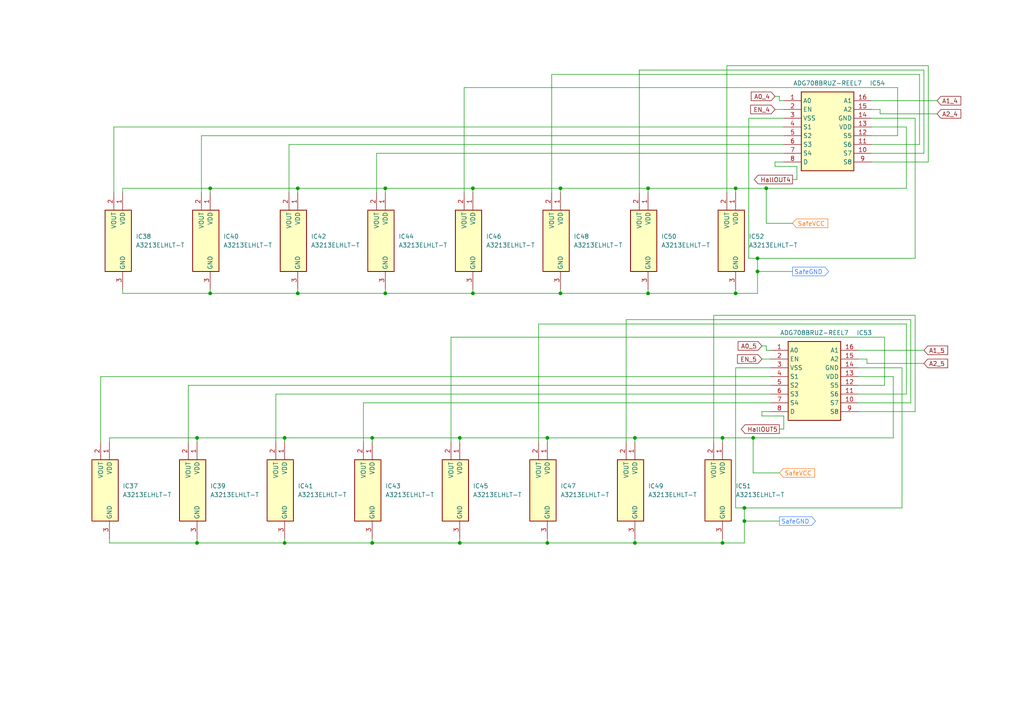
<source format=kicad_sch>
(kicad_sch (version 20250114) (generator "eeschema") (generator_version "9.0")
  (paper "A4")
  (title_block (title "ElectroChessboard") (company "Wojciech B") (comment 1 "Electronic chessboard") (comment 2 "Elektroniczna szachownica"))
  (lib_symbols
    (symbol "SamacSys_Parts:A3213ELHLT-T"
      (property "Reference" "IC" (at 24.13 7.62 0))
      (property "Value" "A3213ELHLT-T" (at 24.13 5.08 0))
      (symbol "A3213ELHLT-T_1_1"
        (rectangle (start 5.08 2.54) (end 22.86 -5.08) (stroke (width 0.254)) (fill (type background)))
        (pin passive line (at 0 0 0) (length 5.08) (name "VDD") (number "1"))
        (pin passive line (at 0 -2.54 0) (length 5.08) (name "VOUT") (number "2"))
        (pin passive line (at 27.94 0 180) (length 5.08) (name "GND") (number "3"))
      )
    )
    (symbol "SamacSys_Parts:ADG708BRUZ-REEL7"
      (property "Reference" "IC" (at 21.59 7.62 0))
      (property "Value" "ADG708BRUZ-REEL7" (at 21.59 5.08 0))
      (symbol "ADG708BRUZ-REEL7_1_1"
        (rectangle (start 5.08 2.54) (end 20.32 -20.32) (stroke (width 0.254)) (fill (type background)))
        (pin passive line (at 0 0 0) (length 5.08) (name "A0") (number "1"))
        (pin passive line (at 0 -2.54 0) (length 5.08) (name "EN") (number "2"))
        (pin passive line (at 0 -5.08 0) (length 5.08) (name "VSS") (number "3"))
        (pin passive line (at 0 -7.62 0) (length 5.08) (name "S1") (number "4"))
        (pin passive line (at 0 -10.16 0) (length 5.08) (name "S2") (number "5"))
        (pin passive line (at 0 -12.7 0) (length 5.08) (name "S3") (number "6"))
        (pin passive line (at 0 -15.24 0) (length 5.08) (name "S4") (number "7"))
        (pin passive line (at 0 -17.78 0) (length 5.08) (name "D") (number "8"))
        (pin passive line (at 25.4 0 180) (length 5.08) (name "A1") (number "16"))
        (pin passive line (at 25.4 -2.54 180) (length 5.08) (name "A2") (number "15"))
        (pin passive line (at 25.4 -5.08 180) (length 5.08) (name "GND") (number "14"))
        (pin passive line (at 25.4 -7.62 180) (length 5.08) (name "VDD") (number "13"))
        (pin passive line (at 25.4 -10.16 180) (length 5.08) (name "S5") (number "12"))
        (pin passive line (at 25.4 -12.7 180) (length 5.08) (name "S6") (number "11"))
        (pin passive line (at 25.4 -15.24 180) (length 5.08) (name "S7") (number "10"))
        (pin passive line (at 25.4 -17.78 180) (length 5.08) (name "S8") (number "9"))
      )
    )
  )
  (junction (at 222.25 54.61))
  (junction (at 215.9 151.13))
  (junction (at 187.96 54.61))
  (junction (at 133.35 157.48))
  (junction (at 158.75 157.48))
  (junction (at 111.76 85.09))
  (junction (at 86.36 85.09))
  (junction (at 133.35 127))
  (junction (at 137.16 54.61))
  (junction (at 187.96 85.09))
  (junction (at 57.15 157.48))
  (junction (at 60.96 54.61))
  (junction (at 162.56 85.09))
  (junction (at 213.36 85.09))
  (junction (at 219.71 74.93))
  (junction (at 57.15 127))
  (junction (at 213.36 54.61))
  (junction (at 209.55 127))
  (junction (at 158.75 127))
  (junction (at 162.56 54.61))
  (junction (at 60.96 85.09))
  (junction (at 219.71 78.74))
  (junction (at 184.15 127))
  (junction (at 218.44 127))
  (junction (at 82.55 127))
  (junction (at 107.95 127))
  (junction (at 82.55 157.48))
  (junction (at 209.55 157.48))
  (junction (at 215.9 147.32))
  (junction (at 107.95 157.48))
  (junction (at 184.15 157.48))
  (junction (at 137.16 85.09))
  (junction (at 86.36 54.61))
  (junction (at 111.76 54.61))
  (wire (pts (xy 222.25 101.6) (xy 223.52 101.6)))
  (wire (pts (xy 269.24 46.99) (xy 252.73 46.99)))
  (wire (pts (xy 185.42 20.32) (xy 185.42 55.88)))
  (wire (pts (xy 137.16 54.61) (xy 137.16 55.88)))
  (wire (pts (xy 60.96 83.82) (xy 60.96 85.09)))
  (wire (pts (xy 133.35 156.21) (xy 133.35 157.48)))
  (wire (pts (xy 229.87 52.07) (xy 231.14 52.07)))
  (wire (pts (xy 231.14 52.07) (xy 231.14 48.26)))
  (wire (pts (xy 210.82 55.88) (xy 210.82 19.05)))
  (wire (pts (xy 227.33 120.65) (xy 220.98 120.65)))
  (wire (pts (xy 213.36 106.68) (xy 213.36 147.32)))
  (wire (pts (xy 105.41 116.84) (xy 105.41 128.27)))
  (wire (pts (xy 265.43 74.93) (xy 265.43 34.29)))
  (wire (pts (xy 184.15 127) (xy 158.75 127)))
  (wire (pts (xy 219.71 78.74) (xy 219.71 85.09)))
  (wire (pts (xy 248.92 104.14) (xy 251.46 104.14)))
  (wire (pts (xy 218.44 137.16) (xy 218.44 127)))
  (wire (pts (xy 218.44 127) (xy 209.55 127)))
  (wire (pts (xy 83.82 41.91) (xy 83.82 55.88)))
  (wire (pts (xy 31.75 127) (xy 31.75 128.27)))
  (wire (pts (xy 226.06 124.46) (xy 227.33 124.46)))
  (wire (pts (xy 54.61 111.76) (xy 54.61 128.27)))
  (wire (pts (xy 267.97 44.45) (xy 267.97 20.32)))
  (wire (pts (xy 266.7 41.91) (xy 266.7 21.59)))
  (wire (pts (xy 35.56 85.09) (xy 35.56 83.82)))
  (wire (pts (xy 57.15 127) (xy 31.75 127)))
  (wire (pts (xy 251.46 105.41) (xy 267.97 105.41)))
  (wire (pts (xy 252.73 31.75) (xy 255.27 31.75)))
  (wire (pts (xy 187.96 54.61) (xy 162.56 54.61)))
  (wire (pts (xy 107.95 127) (xy 82.55 127)))
  (wire (pts (xy 158.75 127) (xy 133.35 127)))
  (wire (pts (xy 187.96 83.82) (xy 187.96 85.09)))
  (wire (pts (xy 80.01 114.3) (xy 80.01 128.27)))
  (wire (pts (xy 265.43 34.29) (xy 252.73 34.29)))
  (wire (pts (xy 226.06 27.94) (xy 226.06 29.21)))
  (wire (pts (xy 213.36 147.32) (xy 215.9 147.32)))
  (wire (pts (xy 156.21 93.98) (xy 156.21 128.27)))
  (wire (pts (xy 207.01 128.27) (xy 207.01 91.44)))
  (wire (pts (xy 248.92 111.76) (xy 256.54 111.76)))
  (wire (pts (xy 181.61 92.71) (xy 181.61 128.27)))
  (wire (pts (xy 252.73 41.91) (xy 266.7 41.91)))
  (wire (pts (xy 86.36 85.09) (xy 60.96 85.09)))
  (wire (pts (xy 224.79 46.99) (xy 227.33 46.99)))
  (wire (pts (xy 259.08 109.22) (xy 259.08 127)))
  (wire (pts (xy 111.76 83.82) (xy 111.76 85.09)))
  (wire (pts (xy 262.89 114.3) (xy 262.89 93.98)))
  (wire (pts (xy 218.44 137.16) (xy 226.06 137.16)))
  (wire (pts (xy 252.73 44.45) (xy 267.97 44.45)))
  (wire (pts (xy 158.75 156.21) (xy 158.75 157.48)))
  (wire (pts (xy 222.25 64.77) (xy 229.87 64.77)))
  (wire (pts (xy 133.35 157.48) (xy 107.95 157.48)))
  (wire (pts (xy 158.75 127) (xy 158.75 128.27)))
  (wire (pts (xy 223.52 109.22) (xy 29.21 109.22)))
  (wire (pts (xy 226.06 151.13) (xy 215.9 151.13)))
  (wire (pts (xy 82.55 156.21) (xy 82.55 157.48)))
  (wire (pts (xy 137.16 54.61) (xy 111.76 54.61)))
  (wire (pts (xy 261.62 106.68) (xy 248.92 106.68)))
  (wire (pts (xy 86.36 54.61) (xy 60.96 54.61)))
  (wire (pts (xy 265.43 91.44) (xy 265.43 119.38)))
  (wire (pts (xy 220.98 104.14) (xy 223.52 104.14)))
  (wire (pts (xy 264.16 116.84) (xy 264.16 92.71)))
  (wire (pts (xy 160.02 21.59) (xy 160.02 55.88)))
  (wire (pts (xy 217.17 74.93) (xy 219.71 74.93)))
  (wire (pts (xy 86.36 83.82) (xy 86.36 85.09)))
  (wire (pts (xy 251.46 104.14) (xy 251.46 105.41)))
  (wire (pts (xy 248.92 101.6) (xy 267.97 101.6)))
  (wire (pts (xy 209.55 127) (xy 184.15 127)))
  (wire (pts (xy 262.89 93.98) (xy 156.21 93.98)))
  (wire (pts (xy 137.16 83.82) (xy 137.16 85.09)))
  (wire (pts (xy 60.96 85.09) (xy 35.56 85.09)))
  (wire (pts (xy 107.95 127) (xy 107.95 128.27)))
  (wire (pts (xy 57.15 157.48) (xy 31.75 157.48)))
  (wire (pts (xy 220.98 100.33) (xy 222.25 100.33)))
  (wire (pts (xy 60.96 54.61) (xy 35.56 54.61)))
  (wire (pts (xy 130.81 97.79) (xy 130.81 128.27)))
  (wire (pts (xy 227.33 44.45) (xy 109.22 44.45)))
  (wire (pts (xy 267.97 20.32) (xy 185.42 20.32)))
  (wire (pts (xy 209.55 157.48) (xy 184.15 157.48)))
  (wire (pts (xy 252.73 39.37) (xy 260.35 39.37)))
  (wire (pts (xy 209.55 127) (xy 209.55 128.27)))
  (wire (pts (xy 223.52 111.76) (xy 54.61 111.76)))
  (wire (pts (xy 215.9 151.13) (xy 215.9 147.32)))
  (wire (pts (xy 187.96 54.61) (xy 187.96 55.88)))
  (wire (pts (xy 158.75 157.48) (xy 133.35 157.48)))
  (wire (pts (xy 162.56 54.61) (xy 162.56 55.88)))
  (wire (pts (xy 260.35 25.4) (xy 134.62 25.4)))
  (wire (pts (xy 248.92 116.84) (xy 264.16 116.84)))
  (wire (pts (xy 107.95 156.21) (xy 107.95 157.48)))
  (wire (pts (xy 264.16 92.71) (xy 181.61 92.71)))
  (wire (pts (xy 256.54 111.76) (xy 256.54 97.79)))
  (wire (pts (xy 224.79 48.26) (xy 224.79 46.99)))
  (wire (pts (xy 222.25 64.77) (xy 222.25 54.61)))
  (wire (pts (xy 231.14 48.26) (xy 224.79 48.26)))
  (wire (pts (xy 220.98 120.65) (xy 220.98 119.38)))
  (wire (pts (xy 227.33 39.37) (xy 58.42 39.37)))
  (wire (pts (xy 227.33 41.91) (xy 83.82 41.91)))
  (wire (pts (xy 213.36 54.61) (xy 187.96 54.61)))
  (wire (pts (xy 86.36 54.61) (xy 86.36 55.88)))
  (wire (pts (xy 31.75 157.48) (xy 31.75 156.21)))
  (wire (pts (xy 248.92 114.3) (xy 262.89 114.3)))
  (wire (pts (xy 223.52 114.3) (xy 80.01 114.3)))
  (wire (pts (xy 223.52 106.68) (xy 213.36 106.68)))
  (wire (pts (xy 217.17 34.29) (xy 217.17 74.93)))
  (wire (pts (xy 261.62 147.32) (xy 261.62 106.68)))
  (wire (pts (xy 222.25 54.61) (xy 213.36 54.61)))
  (wire (pts (xy 256.54 97.79) (xy 130.81 97.79)))
  (wire (pts (xy 215.9 147.32) (xy 261.62 147.32)))
  (wire (pts (xy 213.36 54.61) (xy 213.36 55.88)))
  (wire (pts (xy 223.52 116.84) (xy 105.41 116.84)))
  (wire (pts (xy 162.56 54.61) (xy 137.16 54.61)))
  (wire (pts (xy 252.73 29.21) (xy 271.78 29.21)))
  (wire (pts (xy 213.36 85.09) (xy 187.96 85.09)))
  (wire (pts (xy 29.21 109.22) (xy 29.21 128.27)))
  (wire (pts (xy 219.71 74.93) (xy 265.43 74.93)))
  (wire (pts (xy 262.89 36.83) (xy 262.89 54.61)))
  (wire (pts (xy 184.15 157.48) (xy 158.75 157.48)))
  (wire (pts (xy 210.82 19.05) (xy 269.24 19.05)))
  (wire (pts (xy 248.92 109.22) (xy 259.08 109.22)))
  (wire (pts (xy 133.35 127) (xy 107.95 127)))
  (wire (pts (xy 227.33 34.29) (xy 217.17 34.29)))
  (wire (pts (xy 227.33 124.46) (xy 227.33 120.65)))
  (wire (pts (xy 133.35 127) (xy 133.35 128.27)))
  (wire (pts (xy 82.55 157.48) (xy 57.15 157.48)))
  (wire (pts (xy 111.76 54.61) (xy 86.36 54.61)))
  (wire (pts (xy 209.55 156.21) (xy 209.55 157.48)))
  (wire (pts (xy 33.02 36.83) (xy 33.02 55.88)))
  (wire (pts (xy 266.7 21.59) (xy 160.02 21.59)))
  (wire (pts (xy 224.79 27.94) (xy 226.06 27.94)))
  (wire (pts (xy 111.76 85.09) (xy 86.36 85.09)))
  (wire (pts (xy 184.15 127) (xy 184.15 128.27)))
  (wire (pts (xy 259.08 127) (xy 218.44 127)))
  (wire (pts (xy 260.35 39.37) (xy 260.35 25.4)))
  (wire (pts (xy 255.27 33.02) (xy 271.78 33.02)))
  (wire (pts (xy 35.56 54.61) (xy 35.56 55.88)))
  (wire (pts (xy 215.9 151.13) (xy 215.9 157.48)))
  (wire (pts (xy 219.71 85.09) (xy 213.36 85.09)))
  (wire (pts (xy 215.9 157.48) (xy 209.55 157.48)))
  (wire (pts (xy 57.15 127) (xy 57.15 128.27)))
  (wire (pts (xy 224.79 31.75) (xy 227.33 31.75)))
  (wire (pts (xy 226.06 29.21) (xy 227.33 29.21)))
  (wire (pts (xy 219.71 78.74) (xy 219.71 74.93)))
  (wire (pts (xy 187.96 85.09) (xy 162.56 85.09)))
  (wire (pts (xy 82.55 127) (xy 57.15 127)))
  (wire (pts (xy 184.15 156.21) (xy 184.15 157.48)))
  (wire (pts (xy 58.42 39.37) (xy 58.42 55.88)))
  (wire (pts (xy 60.96 54.61) (xy 60.96 55.88)))
  (wire (pts (xy 265.43 119.38) (xy 248.92 119.38)))
  (wire (pts (xy 207.01 91.44) (xy 265.43 91.44)))
  (wire (pts (xy 229.87 78.74) (xy 219.71 78.74)))
  (wire (pts (xy 137.16 85.09) (xy 111.76 85.09)))
  (wire (pts (xy 227.33 36.83) (xy 33.02 36.83)))
  (wire (pts (xy 107.95 157.48) (xy 82.55 157.48)))
  (wire (pts (xy 162.56 85.09) (xy 137.16 85.09)))
  (wire (pts (xy 252.73 36.83) (xy 262.89 36.83)))
  (wire (pts (xy 222.25 100.33) (xy 222.25 101.6)))
  (wire (pts (xy 82.55 127) (xy 82.55 128.27)))
  (wire (pts (xy 262.89 54.61) (xy 222.25 54.61)))
  (wire (pts (xy 269.24 19.05) (xy 269.24 46.99)))
  (wire (pts (xy 109.22 44.45) (xy 109.22 55.88)))
  (wire (pts (xy 134.62 25.4) (xy 134.62 55.88)))
  (wire (pts (xy 220.98 119.38) (xy 223.52 119.38)))
  (wire (pts (xy 111.76 54.61) (xy 111.76 55.88)))
  (wire (pts (xy 255.27 31.75) (xy 255.27 33.02)))
  (wire (pts (xy 162.56 83.82) (xy 162.56 85.09)))
  (wire (pts (xy 213.36 83.82) (xy 213.36 85.09)))
  (wire (pts (xy 57.15 156.21) (xy 57.15 157.48)))
  (global_label "A1_4" (shape input) (at 271.78 29.21 0) (property "Intersheetrefs" "${INTERSHEET_REFS}" (effects (hide yes))))
  (global_label "A1_5" (shape input) (at 267.97 101.6 0) (property "Intersheetrefs" "${INTERSHEET_REFS}" (effects (hide yes))))
  (global_label "A0_5" (shape input) (at 220.98 100.33 180) (property "Intersheetrefs" "${INTERSHEET_REFS}" (effects (hide yes))))
  (global_label "HallOUT4" (shape output) (at 229.87 52.07 180) (property "Intersheetrefs" "${INTERSHEET_REFS}" (effects (hide yes))))
  (global_label "SafeVCC" (shape input) (at 226.06 137.16 0) (property "Intersheetrefs" "${INTERSHEET_REFS}" (effects (hide yes))))
  (global_label "A0_4" (shape input) (at 224.79 27.94 180) (property "Intersheetrefs" "${INTERSHEET_REFS}" (effects (hide yes))))
  (global_label "EN_5" (shape input) (at 220.98 104.14 180) (property "Intersheetrefs" "${INTERSHEET_REFS}" (effects (hide yes))))
  (global_label "EN_4" (shape input) (at 224.79 31.75 180) (property "Intersheetrefs" "${INTERSHEET_REFS}" (effects (hide yes))))
  (global_label "HallOUT5" (shape output) (at 226.06 124.46 180) (property "Intersheetrefs" "${INTERSHEET_REFS}" (effects (hide yes))))
  (global_label "A2_4" (shape input) (at 271.78 33.02 0) (property "Intersheetrefs" "${INTERSHEET_REFS}" (effects (hide yes))))
  (global_label "SafeGND" (shape output) (at 226.06 151.13 0) (property "Intersheetrefs" "${INTERSHEET_REFS}" (effects (hide yes))))
  (global_label "SafeVCC" (shape input) (at 229.87 64.77 0) (property "Intersheetrefs" "${INTERSHEET_REFS}" (effects (hide yes))))
  (global_label "SafeGND" (shape output) (at 229.87 78.74 0) (property "Intersheetrefs" "${INTERSHEET_REFS}" (effects (hide yes))))
  (global_label "A2_5" (shape input) (at 267.97 105.41 0) (property "Intersheetrefs" "${INTERSHEET_REFS}" (effects (hide yes))))
  (symbol (lib_id "SamacSys_Parts:A3213ELHLT-T") (at 137.16 55.88 270) (unit 1)
    (property "Reference" "IC46" (at 140.97 68.5799 90) (effects (justify left)))
    (property "Value" "A3213ELHLT-T" (at 140.97 71.1199 90) (effects (justify left)))
    (property "Footprint" "A3213ELHLTT" (effects (hide yes)))
    (property "Datasheet" "https://www.allegromicro.com/~/media/files/datasheets/a3213-4-datasheet.pdf" (effects (hide yes)))
    (property "Description" "Micropower, Ultrasensitive Hall-Effect Switch" (effects (hide yes)))
    (property "Height" "1.13" (effects (hide yes)))
    (property "Mouser Part Number" "250-A3213ELHLT-T" (effects (hide yes)))
    (property "Mouser Price/Stock" "https://www.mouser.co.uk/ProductDetail/Allegro-MicroSystems/A3213ELHLT-T?qs=pUKx8fyJudDpXdX1yceLUw%3D%3D" (effects (hide yes)))
    (property "Manufacturer_Name" "Allegro Microsystems" (effects (hide yes)))
    (property "Manufacturer_Part_Number" "A3213ELHLT-T" (effects (hide yes)))
  )
  (symbol (lib_id "SamacSys_Parts:A3213ELHLT-T") (at 31.75 128.27 270) (unit 1)
    (property "Reference" "IC37" (at 35.56 140.9699 90) (effects (justify left)))
    (property "Value" "A3213ELHLT-T" (at 35.56 143.5099 90) (effects (justify left)))
    (property "Footprint" "A3213ELHLTT" (effects (hide yes)))
    (property "Datasheet" "https://www.allegromicro.com/~/media/files/datasheets/a3213-4-datasheet.pdf" (effects (hide yes)))
    (property "Description" "Micropower, Ultrasensitive Hall-Effect Switch" (effects (hide yes)))
    (property "Height" "1.13" (effects (hide yes)))
    (property "Mouser Part Number" "250-A3213ELHLT-T" (effects (hide yes)))
    (property "Mouser Price/Stock" "https://www.mouser.co.uk/ProductDetail/Allegro-MicroSystems/A3213ELHLT-T?qs=pUKx8fyJudDpXdX1yceLUw%3D%3D" (effects (hide yes)))
    (property "Manufacturer_Name" "Allegro Microsystems" (effects (hide yes)))
    (property "Manufacturer_Part_Number" "A3213ELHLT-T" (effects (hide yes)))
  )
  (symbol (lib_id "SamacSys_Parts:A3213ELHLT-T") (at 213.36 55.88 270) (unit 1)
    (property "Reference" "IC52" (at 217.17 68.5799 90) (effects (justify left)))
    (property "Value" "A3213ELHLT-T" (at 217.17 71.1199 90) (effects (justify left)))
    (property "Footprint" "A3213ELHLTT" (effects (hide yes)))
    (property "Datasheet" "https://www.allegromicro.com/~/media/files/datasheets/a3213-4-datasheet.pdf" (effects (hide yes)))
    (property "Description" "Micropower, Ultrasensitive Hall-Effect Switch" (effects (hide yes)))
    (property "Height" "1.13" (effects (hide yes)))
    (property "Mouser Part Number" "250-A3213ELHLT-T" (effects (hide yes)))
    (property "Mouser Price/Stock" "https://www.mouser.co.uk/ProductDetail/Allegro-MicroSystems/A3213ELHLT-T?qs=pUKx8fyJudDpXdX1yceLUw%3D%3D" (effects (hide yes)))
    (property "Manufacturer_Name" "Allegro Microsystems" (effects (hide yes)))
    (property "Manufacturer_Part_Number" "A3213ELHLT-T" (effects (hide yes)))
  )
  (symbol (lib_id "SamacSys_Parts:ADG708BRUZ-REEL7") (at 223.52 101.6 0) (unit 1)
    (property "Reference" "IC53" (at 250.698 96.52 0))
    (property "Value" "ADG708BRUZ-REEL7" (at 236.22 96.52 0))
    (property "Footprint" "SOP65P640X120-16N" (effects (hide yes)))
    (property "Datasheet" "https://www.analog.com/media/en/technical-documentation/data-sheets/ADG708_709.pdf" (effects (hide yes)))
    (property "Description" "Analog Devices ADG708BRUZ-REEL7, Multiplexer Single 8 x 1, 5 V, 16-Pin TSSOP" (effects (hide yes)))
    (property "Height" "1.2" (effects (hide yes)))
    (property "Mouser Part Number" "584-ADG708BRUZ-R7" (effects (hide yes)))
    (property "Mouser Price/Stock" "https://www.mouser.co.uk/ProductDetail/Analog-Devices/ADG708BRUZ-REEL7?qs=BpaRKvA4VqFdn8CWC5yK2A%3D%3D" (effects (hide yes)))
    (property "Manufacturer_Name" "Analog Devices" (effects (hide yes)))
    (property "Manufacturer_Part_Number" "ADG708BRUZ-REEL7" (effects (hide yes)))
  )
  (symbol (lib_id "SamacSys_Parts:A3213ELHLT-T") (at 184.15 128.27 270) (unit 1)
    (property "Reference" "IC49" (at 187.96 140.9699 90) (effects (justify left)))
    (property "Value" "A3213ELHLT-T" (at 187.96 143.5099 90) (effects (justify left)))
    (property "Footprint" "A3213ELHLTT" (effects (hide yes)))
    (property "Datasheet" "https://www.allegromicro.com/~/media/files/datasheets/a3213-4-datasheet.pdf" (effects (hide yes)))
    (property "Description" "Micropower, Ultrasensitive Hall-Effect Switch" (effects (hide yes)))
    (property "Height" "1.13" (effects (hide yes)))
    (property "Mouser Part Number" "250-A3213ELHLT-T" (effects (hide yes)))
    (property "Mouser Price/Stock" "https://www.mouser.co.uk/ProductDetail/Allegro-MicroSystems/A3213ELHLT-T?qs=pUKx8fyJudDpXdX1yceLUw%3D%3D" (effects (hide yes)))
    (property "Manufacturer_Name" "Allegro Microsystems" (effects (hide yes)))
    (property "Manufacturer_Part_Number" "A3213ELHLT-T" (effects (hide yes)))
  )
  (symbol (lib_id "SamacSys_Parts:A3213ELHLT-T") (at 209.55 128.27 270) (unit 1)
    (property "Reference" "IC51" (at 213.36 140.9699 90) (effects (justify left)))
    (property "Value" "A3213ELHLT-T" (at 213.36 143.5099 90) (effects (justify left)))
    (property "Footprint" "A3213ELHLTT" (effects (hide yes)))
    (property "Datasheet" "https://www.allegromicro.com/~/media/files/datasheets/a3213-4-datasheet.pdf" (effects (hide yes)))
    (property "Description" "Micropower, Ultrasensitive Hall-Effect Switch" (effects (hide yes)))
    (property "Height" "1.13" (effects (hide yes)))
    (property "Mouser Part Number" "250-A3213ELHLT-T" (effects (hide yes)))
    (property "Mouser Price/Stock" "https://www.mouser.co.uk/ProductDetail/Allegro-MicroSystems/A3213ELHLT-T?qs=pUKx8fyJudDpXdX1yceLUw%3D%3D" (effects (hide yes)))
    (property "Manufacturer_Name" "Allegro Microsystems" (effects (hide yes)))
    (property "Manufacturer_Part_Number" "A3213ELHLT-T" (effects (hide yes)))
  )
  (symbol (lib_id "SamacSys_Parts:A3213ELHLT-T") (at 35.56 55.88 270) (unit 1)
    (property "Reference" "IC38" (at 39.37 68.5799 90) (effects (justify left)))
    (property "Value" "A3213ELHLT-T" (at 39.37 71.1199 90) (effects (justify left)))
    (property "Footprint" "A3213ELHLTT" (effects (hide yes)))
    (property "Datasheet" "https://www.allegromicro.com/~/media/files/datasheets/a3213-4-datasheet.pdf" (effects (hide yes)))
    (property "Description" "Micropower, Ultrasensitive Hall-Effect Switch" (effects (hide yes)))
    (property "Height" "1.13" (effects (hide yes)))
    (property "Mouser Part Number" "250-A3213ELHLT-T" (effects (hide yes)))
    (property "Mouser Price/Stock" "https://www.mouser.co.uk/ProductDetail/Allegro-MicroSystems/A3213ELHLT-T?qs=pUKx8fyJudDpXdX1yceLUw%3D%3D" (effects (hide yes)))
    (property "Manufacturer_Name" "Allegro Microsystems" (effects (hide yes)))
    (property "Manufacturer_Part_Number" "A3213ELHLT-T" (effects (hide yes)))
  )
  (symbol (lib_id "SamacSys_Parts:A3213ELHLT-T") (at 60.96 55.88 270) (unit 1)
    (property "Reference" "IC40" (at 64.77 68.5799 90) (effects (justify left)))
    (property "Value" "A3213ELHLT-T" (at 64.77 71.1199 90) (effects (justify left)))
    (property "Footprint" "A3213ELHLTT" (effects (hide yes)))
    (property "Datasheet" "https://www.allegromicro.com/~/media/files/datasheets/a3213-4-datasheet.pdf" (effects (hide yes)))
    (property "Description" "Micropower, Ultrasensitive Hall-Effect Switch" (effects (hide yes)))
    (property "Height" "1.13" (effects (hide yes)))
    (property "Mouser Part Number" "250-A3213ELHLT-T" (effects (hide yes)))
    (property "Mouser Price/Stock" "https://www.mouser.co.uk/ProductDetail/Allegro-MicroSystems/A3213ELHLT-T?qs=pUKx8fyJudDpXdX1yceLUw%3D%3D" (effects (hide yes)))
    (property "Manufacturer_Name" "Allegro Microsystems" (effects (hide yes)))
    (property "Manufacturer_Part_Number" "A3213ELHLT-T" (effects (hide yes)))
  )
  (symbol (lib_id "SamacSys_Parts:A3213ELHLT-T") (at 111.76 55.88 270) (unit 1)
    (property "Reference" "IC44" (at 115.57 68.5799 90) (effects (justify left)))
    (property "Value" "A3213ELHLT-T" (at 115.57 71.1199 90) (effects (justify left)))
    (property "Footprint" "A3213ELHLTT" (effects (hide yes)))
    (property "Datasheet" "https://www.allegromicro.com/~/media/files/datasheets/a3213-4-datasheet.pdf" (effects (hide yes)))
    (property "Description" "Micropower, Ultrasensitive Hall-Effect Switch" (effects (hide yes)))
    (property "Height" "1.13" (effects (hide yes)))
    (property "Mouser Part Number" "250-A3213ELHLT-T" (effects (hide yes)))
    (property "Mouser Price/Stock" "https://www.mouser.co.uk/ProductDetail/Allegro-MicroSystems/A3213ELHLT-T?qs=pUKx8fyJudDpXdX1yceLUw%3D%3D" (effects (hide yes)))
    (property "Manufacturer_Name" "Allegro Microsystems" (effects (hide yes)))
    (property "Manufacturer_Part_Number" "A3213ELHLT-T" (effects (hide yes)))
  )
  (symbol (lib_id "SamacSys_Parts:ADG708BRUZ-REEL7") (at 227.33 29.21 0) (unit 1)
    (property "Reference" "IC54" (at 254.508 24.13 0))
    (property "Value" "ADG708BRUZ-REEL7" (at 240.03 24.13 0))
    (property "Footprint" "SOP65P640X120-16N" (effects (hide yes)))
    (property "Datasheet" "https://www.analog.com/media/en/technical-documentation/data-sheets/ADG708_709.pdf" (effects (hide yes)))
    (property "Description" "Analog Devices ADG708BRUZ-REEL7, Multiplexer Single 8 x 1, 5 V, 16-Pin TSSOP" (effects (hide yes)))
    (property "Height" "1.2" (effects (hide yes)))
    (property "Mouser Part Number" "584-ADG708BRUZ-R7" (effects (hide yes)))
    (property "Mouser Price/Stock" "https://www.mouser.co.uk/ProductDetail/Analog-Devices/ADG708BRUZ-REEL7?qs=BpaRKvA4VqFdn8CWC5yK2A%3D%3D" (effects (hide yes)))
    (property "Manufacturer_Name" "Analog Devices" (effects (hide yes)))
    (property "Manufacturer_Part_Number" "ADG708BRUZ-REEL7" (effects (hide yes)))
  )
  (symbol (lib_id "SamacSys_Parts:A3213ELHLT-T") (at 107.95 128.27 270) (unit 1)
    (property "Reference" "IC43" (at 111.76 140.9699 90) (effects (justify left)))
    (property "Value" "A3213ELHLT-T" (at 111.76 143.5099 90) (effects (justify left)))
    (property "Footprint" "A3213ELHLTT" (effects (hide yes)))
    (property "Datasheet" "https://www.allegromicro.com/~/media/files/datasheets/a3213-4-datasheet.pdf" (effects (hide yes)))
    (property "Description" "Micropower, Ultrasensitive Hall-Effect Switch" (effects (hide yes)))
    (property "Height" "1.13" (effects (hide yes)))
    (property "Mouser Part Number" "250-A3213ELHLT-T" (effects (hide yes)))
    (property "Mouser Price/Stock" "https://www.mouser.co.uk/ProductDetail/Allegro-MicroSystems/A3213ELHLT-T?qs=pUKx8fyJudDpXdX1yceLUw%3D%3D" (effects (hide yes)))
    (property "Manufacturer_Name" "Allegro Microsystems" (effects (hide yes)))
    (property "Manufacturer_Part_Number" "A3213ELHLT-T" (effects (hide yes)))
  )
  (symbol (lib_id "SamacSys_Parts:A3213ELHLT-T") (at 133.35 128.27 270) (unit 1)
    (property "Reference" "IC45" (at 137.16 140.9699 90) (effects (justify left)))
    (property "Value" "A3213ELHLT-T" (at 137.16 143.5099 90) (effects (justify left)))
    (property "Footprint" "A3213ELHLTT" (effects (hide yes)))
    (property "Datasheet" "https://www.allegromicro.com/~/media/files/datasheets/a3213-4-datasheet.pdf" (effects (hide yes)))
    (property "Description" "Micropower, Ultrasensitive Hall-Effect Switch" (effects (hide yes)))
    (property "Height" "1.13" (effects (hide yes)))
    (property "Mouser Part Number" "250-A3213ELHLT-T" (effects (hide yes)))
    (property "Mouser Price/Stock" "https://www.mouser.co.uk/ProductDetail/Allegro-MicroSystems/A3213ELHLT-T?qs=pUKx8fyJudDpXdX1yceLUw%3D%3D" (effects (hide yes)))
    (property "Manufacturer_Name" "Allegro Microsystems" (effects (hide yes)))
    (property "Manufacturer_Part_Number" "A3213ELHLT-T" (effects (hide yes)))
  )
  (symbol (lib_id "SamacSys_Parts:A3213ELHLT-T") (at 86.36 55.88 270) (unit 1)
    (property "Reference" "IC42" (at 90.17 68.5799 90) (effects (justify left)))
    (property "Value" "A3213ELHLT-T" (at 90.17 71.1199 90) (effects (justify left)))
    (property "Footprint" "A3213ELHLTT" (effects (hide yes)))
    (property "Datasheet" "https://www.allegromicro.com/~/media/files/datasheets/a3213-4-datasheet.pdf" (effects (hide yes)))
    (property "Description" "Micropower, Ultrasensitive Hall-Effect Switch" (effects (hide yes)))
    (property "Height" "1.13" (effects (hide yes)))
    (property "Mouser Part Number" "250-A3213ELHLT-T" (effects (hide yes)))
    (property "Mouser Price/Stock" "https://www.mouser.co.uk/ProductDetail/Allegro-MicroSystems/A3213ELHLT-T?qs=pUKx8fyJudDpXdX1yceLUw%3D%3D" (effects (hide yes)))
    (property "Manufacturer_Name" "Allegro Microsystems" (effects (hide yes)))
    (property "Manufacturer_Part_Number" "A3213ELHLT-T" (effects (hide yes)))
  )
  (symbol (lib_id "SamacSys_Parts:A3213ELHLT-T") (at 158.75 128.27 270) (unit 1)
    (property "Reference" "IC47" (at 162.56 140.9699 90) (effects (justify left)))
    (property "Value" "A3213ELHLT-T" (at 162.56 143.5099 90) (effects (justify left)))
    (property "Footprint" "A3213ELHLTT" (effects (hide yes)))
    (property "Datasheet" "https://www.allegromicro.com/~/media/files/datasheets/a3213-4-datasheet.pdf" (effects (hide yes)))
    (property "Description" "Micropower, Ultrasensitive Hall-Effect Switch" (effects (hide yes)))
    (property "Height" "1.13" (effects (hide yes)))
    (property "Mouser Part Number" "250-A3213ELHLT-T" (effects (hide yes)))
    (property "Mouser Price/Stock" "https://www.mouser.co.uk/ProductDetail/Allegro-MicroSystems/A3213ELHLT-T?qs=pUKx8fyJudDpXdX1yceLUw%3D%3D" (effects (hide yes)))
    (property "Manufacturer_Name" "Allegro Microsystems" (effects (hide yes)))
    (property "Manufacturer_Part_Number" "A3213ELHLT-T" (effects (hide yes)))
  )
  (symbol (lib_id "SamacSys_Parts:A3213ELHLT-T") (at 187.96 55.88 270) (unit 1)
    (property "Reference" "IC50" (at 191.77 68.5799 90) (effects (justify left)))
    (property "Value" "A3213ELHLT-T" (at 191.77 71.1199 90) (effects (justify left)))
    (property "Footprint" "A3213ELHLTT" (effects (hide yes)))
    (property "Datasheet" "https://www.allegromicro.com/~/media/files/datasheets/a3213-4-datasheet.pdf" (effects (hide yes)))
    (property "Description" "Micropower, Ultrasensitive Hall-Effect Switch" (effects (hide yes)))
    (property "Height" "1.13" (effects (hide yes)))
    (property "Mouser Part Number" "250-A3213ELHLT-T" (effects (hide yes)))
    (property "Mouser Price/Stock" "https://www.mouser.co.uk/ProductDetail/Allegro-MicroSystems/A3213ELHLT-T?qs=pUKx8fyJudDpXdX1yceLUw%3D%3D" (effects (hide yes)))
    (property "Manufacturer_Name" "Allegro Microsystems" (effects (hide yes)))
    (property "Manufacturer_Part_Number" "A3213ELHLT-T" (effects (hide yes)))
  )
  (symbol (lib_id "SamacSys_Parts:A3213ELHLT-T") (at 162.56 55.88 270) (unit 1)
    (property "Reference" "IC48" (at 166.37 68.5799 90) (effects (justify left)))
    (property "Value" "A3213ELHLT-T" (at 166.37 71.1199 90) (effects (justify left)))
    (property "Footprint" "A3213ELHLTT" (effects (hide yes)))
    (property "Datasheet" "https://www.allegromicro.com/~/media/files/datasheets/a3213-4-datasheet.pdf" (effects (hide yes)))
    (property "Description" "Micropower, Ultrasensitive Hall-Effect Switch" (effects (hide yes)))
    (property "Height" "1.13" (effects (hide yes)))
    (property "Mouser Part Number" "250-A3213ELHLT-T" (effects (hide yes)))
    (property "Mouser Price/Stock" "https://www.mouser.co.uk/ProductDetail/Allegro-MicroSystems/A3213ELHLT-T?qs=pUKx8fyJudDpXdX1yceLUw%3D%3D" (effects (hide yes)))
    (property "Manufacturer_Name" "Allegro Microsystems" (effects (hide yes)))
    (property "Manufacturer_Part_Number" "A3213ELHLT-T" (effects (hide yes)))
  )
  (symbol (lib_id "SamacSys_Parts:A3213ELHLT-T") (at 82.55 128.27 270) (unit 1)
    (property "Reference" "IC41" (at 86.36 140.9699 90) (effects (justify left)))
    (property "Value" "A3213ELHLT-T" (at 86.36 143.5099 90) (effects (justify left)))
    (property "Footprint" "A3213ELHLTT" (effects (hide yes)))
    (property "Datasheet" "https://www.allegromicro.com/~/media/files/datasheets/a3213-4-datasheet.pdf" (effects (hide yes)))
    (property "Description" "Micropower, Ultrasensitive Hall-Effect Switch" (effects (hide yes)))
    (property "Height" "1.13" (effects (hide yes)))
    (property "Mouser Part Number" "250-A3213ELHLT-T" (effects (hide yes)))
    (property "Mouser Price/Stock" "https://www.mouser.co.uk/ProductDetail/Allegro-MicroSystems/A3213ELHLT-T?qs=pUKx8fyJudDpXdX1yceLUw%3D%3D" (effects (hide yes)))
    (property "Manufacturer_Name" "Allegro Microsystems" (effects (hide yes)))
    (property "Manufacturer_Part_Number" "A3213ELHLT-T" (effects (hide yes)))
  )
  (symbol (lib_id "SamacSys_Parts:A3213ELHLT-T") (at 57.15 128.27 270) (unit 1)
    (property "Reference" "IC39" (at 60.96 140.9699 90) (effects (justify left)))
    (property "Value" "A3213ELHLT-T" (at 60.96 143.5099 90) (effects (justify left)))
    (property "Footprint" "A3213ELHLTT" (effects (hide yes)))
    (property "Datasheet" "https://www.allegromicro.com/~/media/files/datasheets/a3213-4-datasheet.pdf" (effects (hide yes)))
    (property "Description" "Micropower, Ultrasensitive Hall-Effect Switch" (effects (hide yes)))
    (property "Height" "1.13" (effects (hide yes)))
    (property "Mouser Part Number" "250-A3213ELHLT-T" (effects (hide yes)))
    (property "Mouser Price/Stock" "https://www.mouser.co.uk/ProductDetail/Allegro-MicroSystems/A3213ELHLT-T?qs=pUKx8fyJudDpXdX1yceLUw%3D%3D" (effects (hide yes)))
    (property "Manufacturer_Name" "Allegro Microsystems" (effects (hide yes)))
    (property "Manufacturer_Part_Number" "A3213ELHLT-T" (effects (hide yes)))
  )
)
</source>
